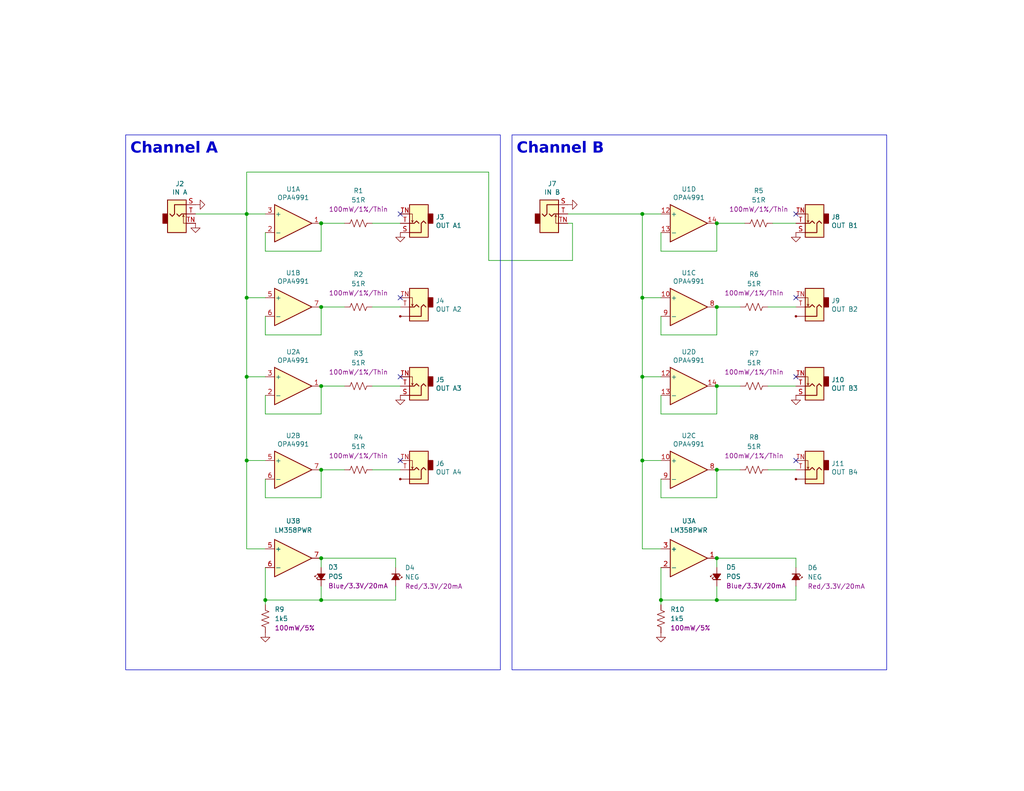
<source format=kicad_sch>
(kicad_sch (version 20231120) (generator "eeschema") (generator_version "8.0")
  (paper "USLetter")
  (title_block (title "Hydrogen") (date "2024-07-13") (rev "v3") (company "Winterbloom") (comment 1 "Alethea Flowers") (comment 2 "CERN OHL-P v2") (comment 3 "hydrogen.wntr.dev"))
  (lib_symbols
    (symbol "Device:LED_Small_Filled" (pin_numbers hide) (pin_names (offset 0.254) hide)
      (property "Reference" "D" (at -1.27 3.175 0))
      (property "Value" "LED_Small_Filled" (at -4.445 -2.54 0))
      (symbol "LED_Small_Filled_0_1"
        (polyline (pts (xy -0.762 -1.016) (xy -0.762 1.016)) (stroke (width 0.254)))
        (polyline (pts (xy 1.016 0) (xy -0.762 0)))
        (polyline (pts (xy 0.762 -1.016) (xy -0.762 0) (xy 0.762 1.016) (xy 0.762 -1.016)) (stroke (width 0.254)) (fill (type outline)))
        (polyline (pts (xy 0 0.762) (xy -0.508 1.27) (xy -0.254 1.27) (xy -0.508 1.27) (xy -0.508 1.016)))
        (polyline (pts (xy 0.508 1.27) (xy 0 1.778) (xy 0.254 1.778) (xy 0 1.778) (xy 0 1.524)))
      )
      (symbol "LED_Small_Filled_1_1"
        (pin passive line (at -2.54 0 0) (length 1.778) (name "K") (number "1"))
        (pin passive line (at 2.54 0 180) (length 1.778) (name "A") (number "2"))
      )
    )
    (symbol "Device:R_US" (pin_numbers hide) (pin_names (offset 0))
      (property "Reference" "R" (at 2.54 0 90))
      (property "Value" "R_US" (at -2.54 0 90))
      (symbol "R_US_0_1"
        (polyline (pts (xy 0 -2.286) (xy 0 -2.54)))
        (polyline (pts (xy 0 2.286) (xy 0 2.54)))
        (polyline (pts (xy 0 -0.762) (xy 1.016 -1.143) (xy 0 -1.524) (xy -1.016 -1.905) (xy 0 -2.286)))
        (polyline (pts (xy 0 0.762) (xy 1.016 0.381) (xy 0 0) (xy -1.016 -0.381) (xy 0 -0.762)))
        (polyline (pts (xy 0 2.286) (xy 1.016 1.905) (xy 0 1.524) (xy -1.016 1.143) (xy 0 0.762)))
      )
      (symbol "R_US_1_1"
        (pin passive line (at 0 3.81 270) (length 1.27) (name "~") (number "1"))
        (pin passive line (at 0 -3.81 90) (length 1.27) (name "~") (number "2"))
      )
    )
    (symbol "power:GND" (power) (pin_numbers hide) (pin_names (offset 0) hide)
      (property "Value" "GND" (at 0 -3.81 0))
      (symbol "GND_0_1"
        (polyline (pts (xy 0 0) (xy 0 -1.27) (xy 1.27 -1.27) (xy 0 -2.54) (xy -1.27 -1.27) (xy 0 -1.27)))
      )
      (symbol "GND_1_1"
        (pin power_in line (at 0 0 270) (length 0) (name "~") (number "1"))
      )
    )
    (symbol "winterbloom:Eurorack_Mono_Jack" (pin_names hide)
      (property "Reference" "J" (at 3.302 -4.064 0))
      (property "Value" "Eurorack_Mono_Jack" (at 0 5.08 0))
      (symbol "Eurorack_Mono_Jack_0_1"
        (rectangle (start -2.54 -5.08) (end 2.54 3.81) (stroke (width 0.254)) (fill (type background)))
        (polyline (pts (xy -1.778 -1.016) (xy -2.032 -0.508)))
        (polyline (pts (xy -2.54 1.27) (xy -1.778 1.27) (xy -1.778 -1.016) (xy -1.524 -0.508)))
        (polyline (pts (xy 0 -1.27) (xy -0.635 -0.635) (xy -1.27 -1.27) (xy -2.54 -1.27)) (stroke (width 0.254)))
        (polyline (pts (xy -2.54 -3.81) (xy 0.635 -3.81) (xy 0.635 -1.27) (xy 1.27 -0.635) (xy 1.905 -1.27)) (stroke (width 0.254)))
        (rectangle (start 2.54 -1.27) (end 3.81 1.27) (stroke (width 0.254)) (fill (type outline)))
      )
      (symbol "Eurorack_Mono_Jack_1_1"
        (pin passive line (at -5.08 -3.81 0) (length 2.54) (name "Sleeve") (number "S"))
        (pin passive line (at -5.08 -1.27 0) (length 2.54) (name "Tip") (number "T"))
        (pin passive line (at -5.08 1.27 0) (length 2.54) (name "Tip_normalize") (number "TN"))
      )
    )
    (symbol "winterbloom:Eurorack_Mono_Jack_No_S" (pin_names hide)
      (property "Reference" "J" (at 3.302 -4.064 0))
      (property "Value" "Eurorack_Mono_Jack_No_S" (at 0 5.08 0))
      (symbol "Eurorack_Mono_Jack_No_S_0_1"
        (rectangle (start -2.54 -5.08) (end 2.54 3.81) (stroke (width 0.254)) (fill (type background)))
        (polyline (pts (xy -2.54 -3.81) (xy -5.08 -3.81)))
        (polyline (pts (xy -1.778 -1.016) (xy -2.032 -0.508)))
        (polyline (pts (xy -2.54 1.27) (xy -1.778 1.27) (xy -1.778 -1.016) (xy -1.524 -0.508)))
        (polyline (pts (xy 0 -1.27) (xy -0.635 -0.635) (xy -1.27 -1.27) (xy -2.54 -1.27)) (stroke (width 0.254)))
        (polyline (pts (xy -2.54 -3.81) (xy 0.635 -3.81) (xy 0.635 -1.27) (xy 1.27 -0.635) (xy 1.905 -1.27)) (stroke (width 0.254)))
        (rectangle (start 2.54 -1.27) (end 3.81 1.27) (stroke (width 0.254)) (fill (type outline)))
      )
      (symbol "Eurorack_Mono_Jack_No_S_1_1"
        (circle (center -5.08 -3.81) (radius 0.254) (fill (type outline)))
        (pin passive line (at -5.08 -1.27 0) (length 2.54) (name "Tip") (number "T"))
        (pin passive line (at -5.08 1.27 0) (length 2.54) (name "Tip_normalize") (number "TN"))
      )
    )
    (symbol "winterbloom:LM358PWR" (pin_names (offset 0.127))
      (property "Reference" "U" (at 1.016 3.048 0))
      (property "Value" "LM358PWR" (at 0.762 -3.302 0))
      (symbol "LM358PWR_1_1"
        (polyline (pts (xy -5.08 5.08) (xy 5.08 0) (xy -5.08 -5.08) (xy -5.08 5.08)) (stroke (width 0.254)) (fill (type background)))
        (pin output line (at 7.62 0 180) (length 2.54) (name "~") (number "1"))
        (pin input line (at -7.62 -2.54 0) (length 2.54) (name "-") (number "2"))
        (pin input line (at -7.62 2.54 0) (length 2.54) (name "+") (number "3"))
      )
      (symbol "LM358PWR_2_1"
        (polyline (pts (xy -5.08 5.08) (xy 5.08 0) (xy -5.08 -5.08) (xy -5.08 5.08)) (stroke (width 0.254)) (fill (type background)))
        (pin input line (at -7.62 2.54 0) (length 2.54) (name "+") (number "5"))
        (pin input line (at -7.62 -2.54 0) (length 2.54) (name "-") (number "6"))
        (pin output line (at 7.62 0 180) (length 2.54) (name "~") (number "7"))
      )
      (symbol "LM358PWR_3_1"
        (polyline (pts (xy -5.08 5.08) (xy 5.08 0) (xy -5.08 -5.08) (xy -5.08 5.08)) (stroke (width 0.254)) (fill (type background)))
        (pin power_in line (at -2.54 -7.62 90) (length 3.81) (name "V-") (number "4"))
        (pin power_in line (at -2.54 7.62 270) (length 3.81) (name "V+") (number "8"))
      )
    )
    (symbol "winterbloom:OPA4991" (pin_names (offset 0.127))
      (property "Reference" "U" (at 0.762 3.048 0))
      (property "Value" "OPA4991" (at 0.508 -3.302 0))
      (symbol "OPA4991_1_1"
        (polyline (pts (xy -5.08 5.08) (xy 5.08 0) (xy -5.08 -5.08) (xy -5.08 5.08)) (stroke (width 0.254)) (fill (type background)))
        (pin output line (at 7.62 0 180) (length 2.54) (name "~") (number "1"))
        (pin input line (at -7.62 -2.54 0) (length 2.54) (name "-") (number "2"))
        (pin input line (at -7.62 2.54 0) (length 2.54) (name "+") (number "3"))
      )
      (symbol "OPA4991_2_1"
        (polyline (pts (xy -5.08 5.08) (xy 5.08 0) (xy -5.08 -5.08) (xy -5.08 5.08)) (stroke (width 0.254)) (fill (type background)))
        (pin input line (at -7.62 2.54 0) (length 2.54) (name "+") (number "5"))
        (pin input line (at -7.62 -2.54 0) (length 2.54) (name "-") (number "6"))
        (pin output line (at 7.62 0 180) (length 2.54) (name "~") (number "7"))
      )
      (symbol "OPA4991_3_1"
        (polyline (pts (xy -5.08 5.08) (xy 5.08 0) (xy -5.08 -5.08) (xy -5.08 5.08)) (stroke (width 0.254)) (fill (type background)))
        (pin input line (at -7.62 2.54 0) (length 2.54) (name "+") (number "10"))
        (pin output line (at 7.62 0 180) (length 2.54) (name "~") (number "8"))
        (pin input line (at -7.62 -2.54 0) (length 2.54) (name "-") (number "9"))
      )
      (symbol "OPA4991_4_1"
        (polyline (pts (xy -5.08 5.08) (xy 5.08 0) (xy -5.08 -5.08) (xy -5.08 5.08)) (stroke (width 0.254)) (fill (type background)))
        (pin input line (at -7.62 2.54 0) (length 2.54) (name "+") (number "12"))
        (pin input line (at -7.62 -2.54 0) (length 2.54) (name "-") (number "13"))
        (pin output line (at 7.62 0 180) (length 2.54) (name "~") (number "14"))
      )
      (symbol "OPA4991_5_1"
        (polyline (pts (xy -5.08 5.08) (xy 5.08 0) (xy -5.08 -5.08) (xy -5.08 5.08)) (stroke (width 0.254)) (fill (type background)))
        (pin power_in line (at -2.54 -7.62 90) (length 3.81) (name "V-") (number "11"))
        (pin power_in line (at -2.54 7.62 270) (length 3.81) (name "V+") (number "4"))
      )
    )
  )
  (junction (at 87.63 60.96))
  (junction (at 67.31 81.28))
  (junction (at 72.39 163.83))
  (junction (at 175.26 102.87))
  (junction (at 195.58 152.4))
  (junction (at 67.31 125.73))
  (junction (at 87.63 105.41))
  (junction (at 67.31 58.42))
  (junction (at 195.58 83.82))
  (junction (at 195.58 105.41))
  (junction (at 87.63 163.83))
  (junction (at 175.26 125.73))
  (junction (at 175.26 81.28))
  (junction (at 87.63 152.4))
  (junction (at 180.34 163.83))
  (junction (at 175.26 58.42))
  (junction (at 67.31 102.87))
  (junction (at 195.58 60.96))
  (junction (at 195.58 128.27))
  (junction (at 195.58 163.83))
  (junction (at 87.63 128.27))
  (junction (at 87.63 83.82))
  (no_connect (at 109.22 81.28))
  (no_connect (at 217.17 125.73))
  (no_connect (at 217.17 102.87))
  (no_connect (at 109.22 102.87))
  (no_connect (at 217.17 81.28))
  (no_connect (at 217.17 58.42))
  (no_connect (at 109.22 58.42))
  (no_connect (at 109.22 125.73))
  (wire (pts (xy 209.55 128.27) (xy 217.17 128.27)))
  (wire (pts (xy 67.31 46.99) (xy 133.35 46.99)))
  (wire (pts (xy 180.34 91.44) (xy 195.58 91.44)))
  (wire (pts (xy 67.31 46.99) (xy 67.31 58.42)))
  (wire (pts (xy 133.35 46.99) (xy 133.35 71.12)))
  (wire (pts (xy 87.63 113.03) (xy 87.63 105.41)))
  (wire (pts (xy 72.39 135.89) (xy 72.39 130.81)))
  (wire (pts (xy 133.35 71.12) (xy 156.21 71.12)))
  (wire (pts (xy 180.34 163.83) (xy 195.58 163.83)))
  (wire (pts (xy 101.6 128.27) (xy 109.22 128.27)))
  (wire (pts (xy 67.31 102.87) (xy 67.31 125.73)))
  (wire (pts (xy 209.55 105.41) (xy 217.17 105.41)))
  (wire (pts (xy 87.63 152.4) (xy 107.95 152.4)))
  (wire (pts (xy 93.98 105.41) (xy 87.63 105.41)))
  (wire (pts (xy 175.26 58.42) (xy 154.94 58.42)))
  (wire (pts (xy 175.26 102.87) (xy 175.26 125.73)))
  (wire (pts (xy 87.63 163.83) (xy 107.95 163.83)))
  (wire (pts (xy 72.39 163.83) (xy 72.39 165.1)))
  (wire (pts (xy 156.21 71.12) (xy 156.21 60.96)))
  (wire (pts (xy 175.26 58.42) (xy 175.26 81.28)))
  (wire (pts (xy 195.58 91.44) (xy 195.58 83.82)))
  (wire (pts (xy 87.63 163.83) (xy 87.63 160.02)))
  (wire (pts (xy 72.39 163.83) (xy 87.63 163.83)))
  (wire (pts (xy 195.58 152.4) (xy 217.17 152.4)))
  (wire (pts (xy 67.31 125.73) (xy 72.39 125.73)))
  (wire (pts (xy 72.39 113.03) (xy 72.39 107.95)))
  (wire (pts (xy 195.58 105.41) (xy 201.93 105.41)))
  (wire (pts (xy 195.58 154.94) (xy 195.58 152.4)))
  (wire (pts (xy 195.58 163.83) (xy 217.17 163.83)))
  (wire (pts (xy 93.98 128.27) (xy 87.63 128.27)))
  (wire (pts (xy 175.26 81.28) (xy 175.26 102.87)))
  (wire (pts (xy 67.31 81.28) (xy 72.39 81.28)))
  (wire (pts (xy 72.39 135.89) (xy 87.63 135.89)))
  (wire (pts (xy 180.34 113.03) (xy 195.58 113.03)))
  (wire (pts (xy 180.34 91.44) (xy 180.34 86.36)))
  (wire (pts (xy 67.31 58.42) (xy 72.39 58.42)))
  (wire (pts (xy 195.58 163.83) (xy 195.58 160.02)))
  (wire (pts (xy 180.34 68.58) (xy 180.34 63.5)))
  (wire (pts (xy 180.34 163.83) (xy 180.34 165.1)))
  (wire (pts (xy 210.82 60.96) (xy 217.17 60.96)))
  (wire (pts (xy 195.58 68.58) (xy 195.58 60.96)))
  (wire (pts (xy 107.95 163.83) (xy 107.95 160.02)))
  (wire (pts (xy 67.31 102.87) (xy 72.39 102.87)))
  (wire (pts (xy 180.34 149.86) (xy 175.26 149.86)))
  (wire (pts (xy 67.31 81.28) (xy 67.31 102.87)))
  (wire (pts (xy 101.6 83.82) (xy 109.22 83.82)))
  (wire (pts (xy 72.39 68.58) (xy 87.63 68.58)))
  (wire (pts (xy 72.39 91.44) (xy 87.63 91.44)))
  (wire (pts (xy 180.34 135.89) (xy 195.58 135.89)))
  (wire (pts (xy 72.39 91.44) (xy 72.39 86.36)))
  (wire (pts (xy 175.26 125.73) (xy 180.34 125.73)))
  (wire (pts (xy 175.26 81.28) (xy 180.34 81.28)))
  (wire (pts (xy 87.63 68.58) (xy 87.63 60.96)))
  (wire (pts (xy 195.58 113.03) (xy 195.58 105.41)))
  (wire (pts (xy 180.34 154.94) (xy 180.34 163.83)))
  (wire (pts (xy 72.39 154.94) (xy 72.39 163.83)))
  (wire (pts (xy 175.26 102.87) (xy 180.34 102.87)))
  (wire (pts (xy 72.39 113.03) (xy 87.63 113.03)))
  (wire (pts (xy 156.21 60.96) (xy 154.94 60.96)))
  (wire (pts (xy 101.6 105.41) (xy 109.22 105.41)))
  (wire (pts (xy 175.26 125.73) (xy 175.26 149.86)))
  (wire (pts (xy 180.34 113.03) (xy 180.34 107.95)))
  (wire (pts (xy 67.31 125.73) (xy 67.31 149.86)))
  (wire (pts (xy 217.17 152.4) (xy 217.17 154.94)))
  (wire (pts (xy 180.34 68.58) (xy 195.58 68.58)))
  (wire (pts (xy 195.58 60.96) (xy 203.2 60.96)))
  (wire (pts (xy 72.39 63.5) (xy 72.39 68.58)))
  (wire (pts (xy 195.58 128.27) (xy 201.93 128.27)))
  (wire (pts (xy 195.58 83.82) (xy 201.93 83.82)))
  (wire (pts (xy 175.26 58.42) (xy 180.34 58.42)))
  (wire (pts (xy 93.98 60.96) (xy 87.63 60.96)))
  (wire (pts (xy 67.31 149.86) (xy 72.39 149.86)))
  (wire (pts (xy 67.31 58.42) (xy 67.31 81.28)))
  (wire (pts (xy 209.55 83.82) (xy 217.17 83.82)))
  (wire (pts (xy 217.17 163.83) (xy 217.17 160.02)))
  (wire (pts (xy 195.58 135.89) (xy 195.58 128.27)))
  (wire (pts (xy 107.95 152.4) (xy 107.95 154.94)))
  (wire (pts (xy 87.63 154.94) (xy 87.63 152.4)))
  (wire (pts (xy 180.34 135.89) (xy 180.34 130.81)))
  (wire (pts (xy 87.63 91.44) (xy 87.63 83.82)))
  (wire (pts (xy 87.63 135.89) (xy 87.63 128.27)))
  (wire (pts (xy 101.6 60.96) (xy 109.22 60.96)))
  (wire (pts (xy 67.31 58.42) (xy 53.34 58.42)))
  (wire (pts (xy 93.98 83.82) (xy 87.63 83.82)))
  (rectangle (start 34.29 36.83) (end 136.525 182.88))
  (rectangle (start 139.7 36.83) (end 241.935 182.88))
  (text "Channel A" (at 35.56 43.18 0) (effects (font (size 3 3) (thickness 0.508) (bold yes)) (justify left bottom)))
  (text "Channel B" (at 140.97 43.18 0) (effects (font (size 3 3) (thickness 0.508) (bold yes)) (justify left bottom)))
  (symbol (lib_id "power:GND") (at 109.22 107.95 0) (unit 1)
    (property "Reference" "#PWR08" (effects (hide yes)))
    (property "Value" "GND" (effects (hide yes)))
    (property "Description" "Power symbol creates a global label with name \"GND\" , ground" (effects (hide yes)))
  )
  (symbol (lib_id "winterbloom:OPA4991") (at 187.96 60.96 0) (unit 4)
    (property "Reference" "U1" (at 187.96 51.6382 0))
    (property "Value" "OPA4991" (at 187.96 53.9496 0))
    (property "Footprint" "Package_SO:TSSOP-14_4.4x5mm_P0.65mm" (effects (hide yes)))
    (property "Datasheet" "https://www.ti.com/lit/ds/symlink/opa4991.pdf" (effects (hide yes)))
    (property "Description" "40-V Rail-to-Rail Input/Output, Low Offset Voltage, Low Noise, Op Amp, TSSOP-14" (effects (hide yes)))
    (property "MPN" "OPA4991IPWR " (effects (hide yes)))
    (property "Mouser" "595-OPA4991IPWR" (effects (hide yes)))
    (property "Notes" "Sub with OPA4171, OPA1679, OPA4197" (effects (hide yes)))
  )
  (symbol (lib_id "Device:R_US") (at 207.01 60.96 270) (unit 1)
    (property "Reference" "R5" (at 207.01 52.07 90))
    (property "Value" "51R" (at 207.01 54.61 90))
    (property "Footprint" "winterbloom:R_0603_HandSolder" (effects (hide yes)))
    (property "Rating" "100mW/1%/Thin" (at 207.01 57.15 90))
    (property "DigiKey" "13-RT0603FRE0751RLCT-ND" (effects (hide yes)))
    (property "LCSC" "C849799" (effects (hide yes)))
    (property "MPN" "RT0603FRE0751RL" (effects (hide yes)))
    (property "Mouser" "603-RT0603FRE0751RL" (effects (hide yes)))
  )
  (symbol (lib_id "Device:R_US") (at 97.79 105.41 270) (unit 1)
    (property "Reference" "R3" (at 97.79 96.52 90))
    (property "Value" "51R" (at 97.79 99.06 90))
    (property "Footprint" "winterbloom:R_0603_HandSolder" (effects (hide yes)))
    (property "Rating" "100mW/1%/Thin" (at 97.79 101.6 90))
    (property "DigiKey" "13-RT0603FRE0751RLCT-ND" (effects (hide yes)))
    (property "LCSC" "C849799" (effects (hide yes)))
    (property "MPN" "RT0603FRE0751RL" (effects (hide yes)))
    (property "Mouser" "603-RT0603FRE0751RL" (effects (hide yes)))
  )
  (symbol (lib_id "winterbloom:Eurorack_Mono_Jack_No_S") (at 222.25 82.55 0) (unit 1)
    (property "Reference" "J9" (at 226.822 82.1182 0) (effects (justify left)))
    (property "Value" "OUT B2" (at 226.822 84.4296 0) (effects (justify left)))
    (property "Footprint" "winterbloom:AudioJack_WQP518MA_No_S" (effects (hide yes)))
    (property "Datasheet" "http://www.qingpu-electronics.com/en/products/WQP-PJ398SM-362.html" (effects (hide yes)))
    (property "Links" "https://winterbloom.com/shop/eurorack-jacks, https://www.thonk.co.uk/shop/thonkiconn/" (effects (hide yes)))
    (property "Notes" "Thonkiconn (PJ398SM)" (effects (hide yes)))
  )
  (symbol (lib_id "winterbloom:Eurorack_Mono_Jack") (at 114.3 59.69 0) (unit 1)
    (property "Reference" "J3" (at 118.872 59.2582 0) (effects (justify left)))
    (property "Value" "OUT A1" (at 118.872 61.5696 0) (effects (justify left)))
    (property "Footprint" "winterbloom:AudioJack_WQP518MA_Compact_S" (effects (hide yes)))
    (property "Datasheet" "http://www.qingpu-electronics.com/en/products/WQP-PJ398SM-362.html" (effects (hide yes)))
    (property "Links" "https://winterbloom.com/shop/eurorack-jacks, https://www.thonk.co.uk/shop/thonkiconn/" (effects (hide yes)))
    (property "Notes" "Thonkiconn (PJ398SM)" (effects (hide yes)))
  )
  (symbol (lib_id "Device:R_US") (at 97.79 128.27 270) (unit 1)
    (property "Reference" "R4" (at 97.79 119.38 90))
    (property "Value" "51R" (at 97.79 121.92 90))
    (property "Footprint" "winterbloom:R_0603_HandSolder" (effects (hide yes)))
    (property "Rating" "100mW/1%/Thin" (at 97.79 124.46 90))
    (property "DigiKey" "13-RT0603FRE0751RLCT-ND" (effects (hide yes)))
    (property "LCSC" "C849799" (effects (hide yes)))
    (property "MPN" "RT0603FRE0751RL" (effects (hide yes)))
    (property "Mouser" "603-RT0603FRE0751RL" (effects (hide yes)))
  )
  (symbol (lib_id "Device:LED_Small_Filled") (at 87.63 157.48 90) (unit 1)
    (property "Reference" "D3" (at 89.535 154.8764 90) (effects (justify right)))
    (property "Value" "POS" (at 89.535 157.4164 90) (effects (justify right)))
    (property "Footprint" "winterbloom:LED_0805_Kingbright_APT2012" (effects (hide yes)))
    (property "Datasheet" "https://www.kingbrightusa.com/images/catalog/SPEC/APT2012VBC-D.pdf" (effects (hide yes)))
    (property "Rating" "Blue/3.3V/20mA" (at 89.535 159.9564 90) (effects (justify right)))
    (property "MPN" "APT2012VBC/D" (effects (hide yes)))
    (property "DigiKey" "754-1794-1-ND" (effects (hide yes)))
    (property "LCSC" "C5879386" (effects (hide yes)))
    (property "Mouser" "604-APT2012VBC/D" (effects (hide yes)))
    (property "Notes" "Sub with ~180 mcd" (effects (hide yes)))
  )
  (symbol (lib_id "winterbloom:Eurorack_Mono_Jack_No_S") (at 114.3 82.55 0) (unit 1)
    (property "Reference" "J4" (at 118.872 82.1182 0) (effects (justify left)))
    (property "Value" "OUT A2" (at 118.872 84.4296 0) (effects (justify left)))
    (property "Footprint" "winterbloom:AudioJack_WQP518MA_No_S" (effects (hide yes)))
    (property "Datasheet" "http://www.qingpu-electronics.com/en/products/WQP-PJ398SM-362.html" (effects (hide yes)))
    (property "Links" "https://winterbloom.com/shop/eurorack-jacks, https://www.thonk.co.uk/shop/thonkiconn/" (effects (hide yes)))
    (property "Notes" "Thonkiconn (PJ398SM)" (effects (hide yes)))
  )
  (symbol (lib_id "Device:LED_Small_Filled") (at 107.95 157.48 270) (unit 1)
    (property "Reference" "D4" (at 110.49 155.0034 90) (effects (justify left)))
    (property "Value" "NEG" (at 110.49 157.5434 90) (effects (justify left)))
    (property "Footprint" "winterbloom:LED_0805_Kingbright_APT2012" (effects (hide yes)))
    (property "Datasheet" "https://www.kingbrightusa.com/images/catalog/SPEC/APT2012SURCK.pdf" (effects (hide yes)))
    (property "Rating" "Red/3.3V/20mA" (at 110.49 160.0834 90) (effects (justify left)))
    (property "MPN" "APT2012SURCK" (effects (hide yes)))
    (property "DigiKey" "754-1133-1-ND" (effects (hide yes)))
    (property "LCSC" "C5875730" (effects (hide yes)))
    (property "Mouser" "604-APT2012SURCK" (effects (hide yes)))
    (property "Notes" "Sub with ~200 mcd" (effects (hide yes)))
  )
  (symbol (lib_id "Device:R_US") (at 72.39 168.91 180) (unit 1)
    (property "Reference" "R9" (at 74.93 166.3699 0) (effects (justify right)))
    (property "Value" "1k5" (at 74.93 168.9099 0) (effects (justify right)))
    (property "Footprint" "winterbloom:R_0603_HandSolder" (effects (hide yes)))
    (property "Rating" "100mW/5%" (at 74.93 171.4499 0) (effects (justify right)))
    (property "MPN" "RC0603JR-071K5L" (effects (hide yes)))
    (property "DigiKey" "311-1.5KGRCT-ND" (effects (hide yes)))
    (property "LCSC" "C114680" (effects (hide yes)))
    (property "Mouser" "603-RC0603JR-071K5L" (effects (hide yes)))
  )
  (symbol (lib_id "Device:R_US") (at 205.74 105.41 270) (unit 1)
    (property "Reference" "R7" (at 205.74 96.52 90))
    (property "Value" "51R" (at 205.74 99.06 90))
    (property "Footprint" "winterbloom:R_0603_HandSolder" (effects (hide yes)))
    (property "Rating" "100mW/1%/Thin" (at 205.74 101.6 90))
    (property "DigiKey" "13-RT0603FRE0751RLCT-ND" (effects (hide yes)))
    (property "LCSC" "C849799" (effects (hide yes)))
    (property "MPN" "RT0603FRE0751RL" (effects (hide yes)))
    (property "Mouser" "603-RT0603FRE0751RL" (effects (hide yes)))
  )
  (symbol (lib_id "winterbloom:OPA4991") (at 80.01 105.41 0) (unit 1)
    (property "Reference" "U2" (at 80.01 96.0882 0))
    (property "Value" "OPA4991" (at 80.01 98.3996 0))
    (property "Footprint" "Package_SO:TSSOP-14_4.4x5mm_P0.65mm" (effects (hide yes)))
    (property "Datasheet" "https://www.ti.com/lit/ds/symlink/opa4991.pdf" (effects (hide yes)))
    (property "Description" "40-V Rail-to-Rail Input/Output, Low Offset Voltage, Low Noise, Op Amp, TSSOP-14" (effects (hide yes)))
    (property "MPN" "OPA4991IPWR " (effects (hide yes)))
    (property "Mouser" "595-OPA4991IPWR" (effects (hide yes)))
    (property "Notes" "Sub with OPA4171, OPA1679, OPA4197" (effects (hide yes)))
  )
  (symbol (lib_id "power:GND") (at 217.17 107.95 0) (unit 1)
    (property "Reference" "#PWR09" (effects (hide yes)))
    (property "Value" "GND" (effects (hide yes)))
    (property "Description" "Power symbol creates a global label with name \"GND\" , ground" (effects (hide yes)))
  )
  (symbol (lib_id "winterbloom:OPA4991") (at 187.96 83.82 0) (unit 3)
    (property "Reference" "U1" (at 187.96 74.4982 0))
    (property "Value" "OPA4991" (at 187.96 76.8096 0))
    (property "Footprint" "Package_SO:TSSOP-14_4.4x5mm_P0.65mm" (effects (hide yes)))
    (property "Datasheet" "https://www.ti.com/lit/ds/symlink/opa4991.pdf" (effects (hide yes)))
    (property "Description" "40-V Rail-to-Rail Input/Output, Low Offset Voltage, Low Noise, Op Amp, TSSOP-14" (effects (hide yes)))
    (property "MPN" "OPA4991IPWR " (effects (hide yes)))
    (property "Mouser" "595-OPA4991IPWR" (effects (hide yes)))
    (property "Notes" "Sub with OPA4171, OPA1679, OPA4197" (effects (hide yes)))
  )
  (symbol (lib_id "winterbloom:LM358PWR") (at 80.01 152.4 0) (unit 2)
    (property "Reference" "U3" (at 80.01 142.24 0))
    (property "Value" "LM358PWR" (at 80.01 144.78 0))
    (property "Footprint" "Package_SO:TSSOP-8_4.4x3mm_P0.65mm" (effects (hide yes)))
    (property "Datasheet" "https://www.ti.com/lit/ds/symlink/lm358.pdf" (effects (hide yes)))
    (property "Description" "Industry-Standard Dual Operational Amplifiers, 3-36V,  1.2MHz" (effects (hide yes)))
    (property "MPN" "LM358PWR" (effects (hide yes)))
    (property "DigiKey" "296-OPA4991IPWRCT-ND" (effects (hide yes)))
    (property "LCSC" "C2873620" (effects (hide yes)))
  )
  (symbol (lib_id "winterbloom:OPA4991") (at 80.01 128.27 0) (unit 2)
    (property "Reference" "U2" (at 80.01 118.9482 0))
    (property "Value" "OPA4991" (at 80.01 121.2596 0))
    (property "Footprint" "Package_SO:TSSOP-14_4.4x5mm_P0.65mm" (effects (hide yes)))
    (property "Datasheet" "https://www.ti.com/lit/ds/symlink/opa4991.pdf" (effects (hide yes)))
    (property "Description" "40-V Rail-to-Rail Input/Output, Low Offset Voltage, Low Noise, Op Amp, TSSOP-14" (effects (hide yes)))
    (property "MPN" "OPA4991IPWR " (effects (hide yes)))
    (property "Mouser" "595-OPA4991IPWR" (effects (hide yes)))
    (property "Notes" "Sub with OPA4171, OPA1679, OPA4197" (effects (hide yes)))
  )
  (symbol (lib_id "Device:R_US") (at 205.74 83.82 270) (unit 1)
    (property "Reference" "R6" (at 205.74 74.93 90))
    (property "Value" "51R" (at 205.74 77.47 90))
    (property "Footprint" "winterbloom:R_0603_HandSolder" (effects (hide yes)))
    (property "Rating" "100mW/1%/Thin" (at 205.74 80.01 90))
    (property "DigiKey" "13-RT0603FRE0751RLCT-ND" (effects (hide yes)))
    (property "LCSC" "C849799" (effects (hide yes)))
    (property "MPN" "RT0603FRE0751RL" (effects (hide yes)))
    (property "Mouser" "603-RT0603FRE0751RL" (effects (hide yes)))
  )
  (symbol (lib_id "winterbloom:Eurorack_Mono_Jack") (at 222.25 104.14 0) (unit 1)
    (property "Reference" "J10" (at 226.822 103.7082 0) (effects (justify left)))
    (property "Value" "OUT B3" (at 226.822 106.0196 0) (effects (justify left)))
    (property "Footprint" "winterbloom:AudioJack_WQP518MA_Compact_S" (effects (hide yes)))
    (property "Datasheet" "http://www.qingpu-electronics.com/en/products/WQP-PJ398SM-362.html" (effects (hide yes)))
    (property "Links" "https://winterbloom.com/shop/eurorack-jacks, https://www.thonk.co.uk/shop/thonkiconn/" (effects (hide yes)))
    (property "Notes" "Thonkiconn (PJ398SM)" (effects (hide yes)))
  )
  (symbol (lib_id "winterbloom:OPA4991") (at 187.96 105.41 0) (unit 4)
    (property "Reference" "U2" (at 187.96 96.0882 0))
    (property "Value" "OPA4991" (at 187.96 98.3996 0))
    (property "Footprint" "Package_SO:TSSOP-14_4.4x5mm_P0.65mm" (effects (hide yes)))
    (property "Datasheet" "https://www.ti.com/lit/ds/symlink/opa4991.pdf" (effects (hide yes)))
    (property "Description" "40-V Rail-to-Rail Input/Output, Low Offset Voltage, Low Noise, Op Amp, TSSOP-14" (effects (hide yes)))
    (property "MPN" "OPA4991IPWR " (effects (hide yes)))
    (property "Mouser" "595-OPA4991IPWR" (effects (hide yes)))
    (property "Notes" "Sub with OPA4171, OPA1679, OPA4197" (effects (hide yes)))
  )
  (symbol (lib_id "winterbloom:OPA4991") (at 80.01 60.96 0) (unit 1)
    (property "Reference" "U1" (at 80.01 51.6382 0))
    (property "Value" "OPA4991" (at 80.01 53.9496 0))
    (property "Footprint" "Package_SO:TSSOP-14_4.4x5mm_P0.65mm" (effects (hide yes)))
    (property "Datasheet" "https://www.ti.com/lit/ds/symlink/opa4991.pdf" (effects (hide yes)))
    (property "Description" "40-V Rail-to-Rail Input/Output, Low Offset Voltage, Low Noise, Op Amp, TSSOP-14" (effects (hide yes)))
    (property "MPN" "OPA4991IPWR " (effects (hide yes)))
    (property "Mouser" "595-OPA4991IPWR" (effects (hide yes)))
    (property "Notes" "Sub with OPA4171, OPA1679, OPA4197" (effects (hide yes)))
  )
  (symbol (lib_id "winterbloom:OPA4991") (at 80.01 83.82 0) (unit 2)
    (property "Reference" "U1" (at 80.01 74.4982 0))
    (property "Value" "OPA4991" (at 80.01 76.8096 0))
    (property "Footprint" "Package_SO:TSSOP-14_4.4x5mm_P0.65mm" (effects (hide yes)))
    (property "Datasheet" "https://www.ti.com/lit/ds/symlink/opa4991.pdf" (effects (hide yes)))
    (property "Description" "40-V Rail-to-Rail Input/Output, Low Offset Voltage, Low Noise, Op Amp, TSSOP-14" (effects (hide yes)))
    (property "MPN" "OPA4991IPWR " (effects (hide yes)))
    (property "Mouser" "595-OPA4991IPWR" (effects (hide yes)))
    (property "Notes" "Sub with OPA4171, OPA1679, OPA4197" (effects (hide yes)))
  )
  (symbol (lib_id "winterbloom:Eurorack_Mono_Jack_No_S") (at 222.25 127 0) (unit 1)
    (property "Reference" "J11" (at 226.822 126.5682 0) (effects (justify left)))
    (property "Value" "OUT B4" (at 226.822 128.8796 0) (effects (justify left)))
    (property "Footprint" "winterbloom:AudioJack_WQP518MA_No_S" (effects (hide yes)))
    (property "Datasheet" "http://www.qingpu-electronics.com/en/products/WQP-PJ398SM-362.html" (effects (hide yes)))
    (property "Links" "https://winterbloom.com/shop/eurorack-jacks, https://www.thonk.co.uk/shop/thonkiconn/" (effects (hide yes)))
    (property "Notes" "Thonkiconn (PJ398SM)" (effects (hide yes)))
  )
  (symbol (lib_id "Device:LED_Small_Filled") (at 195.58 157.48 90) (unit 1)
    (property "Reference" "D5" (at 198.12 154.8764 90) (effects (justify right)))
    (property "Value" "POS" (at 198.12 157.4164 90) (effects (justify right)))
    (property "Footprint" "winterbloom:LED_0805_Kingbright_APT2012" (effects (hide yes)))
    (property "Datasheet" "https://www.kingbrightusa.com/images/catalog/SPEC/APT2012VBC-D.pdf" (effects (hide yes)))
    (property "Rating" "Blue/3.3V/20mA" (at 198.12 159.9564 90) (effects (justify right)))
    (property "MPN" "APT2012VBC/D" (effects (hide yes)))
    (property "DigiKey" "754-1794-1-ND" (effects (hide yes)))
    (property "LCSC" "C5879386" (effects (hide yes)))
    (property "Mouser" "604-APT2012VBC/D" (effects (hide yes)))
    (property "Notes" "Sub with ~180 mcd" (effects (hide yes)))
  )
  (symbol (lib_id "power:GND") (at 217.17 63.5 0) (unit 1)
    (property "Reference" "#PWR05" (effects (hide yes)))
    (property "Value" "GND" (effects (hide yes)))
    (property "Description" "Power symbol creates a global label with name \"GND\" , ground" (effects (hide yes)))
  )
  (symbol (lib_id "power:GND") (at 180.34 172.72 0) (unit 1)
    (property "Reference" "#PWR018" (effects (hide yes)))
    (property "Value" "GND" (effects (hide yes)))
    (property "Description" "Power symbol creates a global label with name \"GND\" , ground" (effects (hide yes)))
  )
  (symbol (lib_id "power:GND") (at 72.39 172.72 0) (unit 1)
    (property "Reference" "#PWR015" (effects (hide yes)))
    (property "Value" "GND" (effects (hide yes)))
    (property "Description" "Power symbol creates a global label with name \"GND\" , ground" (effects (hide yes)))
  )
  (symbol (lib_id "winterbloom:Eurorack_Mono_Jack_No_S") (at 114.3 127 0) (unit 1)
    (property "Reference" "J6" (at 118.872 126.5682 0) (effects (justify left)))
    (property "Value" "OUT A4" (at 118.872 128.8796 0) (effects (justify left)))
    (property "Footprint" "winterbloom:AudioJack_WQP518MA_No_S" (effects (hide yes)))
    (property "Datasheet" "http://www.qingpu-electronics.com/en/products/WQP-PJ398SM-362.html" (effects (hide yes)))
    (property "Links" "https://winterbloom.com/shop/eurorack-jacks, https://www.thonk.co.uk/shop/thonkiconn/" (effects (hide yes)))
    (property "Notes" "Thonkiconn (PJ398SM)" (effects (hide yes)))
  )
  (symbol (lib_id "Device:R_US") (at 97.79 83.82 270) (unit 1)
    (property "Reference" "R2" (at 97.79 74.93 90))
    (property "Value" "51R" (at 97.79 77.47 90))
    (property "Footprint" "winterbloom:R_0603_HandSolder" (effects (hide yes)))
    (property "Rating" "100mW/1%/Thin" (at 97.79 80.01 90))
    (property "DigiKey" "13-RT0603FRE0751RLCT-ND" (effects (hide yes)))
    (property "LCSC" "C849799" (effects (hide yes)))
    (property "MPN" "RT0603FRE0751RL" (effects (hide yes)))
    (property "Mouser" "603-RT0603FRE0751RL" (effects (hide yes)))
  )
  (symbol (lib_id "winterbloom:LM358PWR") (at 187.96 152.4 0) (unit 1)
    (property "Reference" "U3" (at 187.96 142.24 0))
    (property "Value" "LM358PWR" (at 187.96 144.78 0))
    (property "Footprint" "Package_SO:TSSOP-8_4.4x3mm_P0.65mm" (effects (hide yes)))
    (property "Datasheet" "https://www.ti.com/lit/ds/symlink/lm358.pdf" (effects (hide yes)))
    (property "Description" "Industry-Standard Dual Operational Amplifiers, 3-36V,  1.2MHz" (effects (hide yes)))
    (property "MPN" "LM358PWR" (effects (hide yes)))
    (property "DigiKey" "296-OPA4991IPWRCT-ND" (effects (hide yes)))
    (property "LCSC" "C2873620" (effects (hide yes)))
  )
  (symbol (lib_id "winterbloom:Eurorack_Mono_Jack") (at 149.86 59.69 180) (unit 1)
    (property "Reference" "J7" (at 150.6728 50.165 0))
    (property "Value" "IN B" (at 150.6728 52.4764 0))
    (property "Footprint" "winterbloom:AudioJack_WQP518MA_Compact_S" (effects (hide yes)))
    (property "Datasheet" "http://www.qingpu-electronics.com/en/products/WQP-PJ398SM-362.html" (effects (hide yes)))
    (property "Links" "https://winterbloom.com/shop/eurorack-jacks, https://www.thonk.co.uk/shop/thonkiconn/" (effects (hide yes)))
    (property "Notes" "Thonkiconn (PJ398SM)" (effects (hide yes)))
  )
  (symbol (lib_id "winterbloom:Eurorack_Mono_Jack") (at 48.26 59.69 180) (unit 1)
    (property "Reference" "J2" (at 49.0728 50.165 0))
    (property "Value" "IN A" (at 49.0728 52.4764 0))
    (property "Footprint" "winterbloom:AudioJack_WQP518MA_Compact_S" (effects (hide yes)))
    (property "Datasheet" "http://www.qingpu-electronics.com/en/products/WQP-PJ398SM-362.html" (effects (hide yes)))
    (property "Links" "https://winterbloom.com/shop/eurorack-jacks, https://www.thonk.co.uk/shop/thonkiconn/" (effects (hide yes)))
    (property "Notes" "Thonkiconn (PJ398SM)" (effects (hide yes)))
  )
  (symbol (lib_id "Device:R_US") (at 97.79 60.96 270) (unit 1)
    (property "Reference" "R1" (at 97.79 52.07 90))
    (property "Value" "51R" (at 97.79 54.61 90))
    (property "Footprint" "winterbloom:R_0603_HandSolder" (effects (hide yes)))
    (property "Rating" "100mW/1%/Thin" (at 97.79 57.15 90))
    (property "DigiKey" "13-RT0603FRE0751RLCT-ND" (effects (hide yes)))
    (property "LCSC" "C849799" (effects (hide yes)))
    (property "MPN" "RT0603FRE0751RL" (effects (hide yes)))
    (property "Mouser" "603-RT0603FRE0751RL" (effects (hide yes)))
  )
  (symbol (lib_id "Device:LED_Small_Filled") (at 217.17 157.48 270) (unit 1)
    (property "Reference" "D6" (at 220.345 155.0034 90) (effects (justify left)))
    (property "Value" "NEG" (at 220.345 157.5434 90) (effects (justify left)))
    (property "Footprint" "winterbloom:LED_0805_Kingbright_APT2012" (effects (hide yes)))
    (property "Datasheet" "https://www.kingbrightusa.com/images/catalog/SPEC/APT2012SURCK.pdf" (effects (hide yes)))
    (property "Rating" "Red/3.3V/20mA" (at 220.345 160.0834 90) (effects (justify left)))
    (property "MPN" "APT2012SURCK" (effects (hide yes)))
    (property "DigiKey" "754-1133-1-ND" (effects (hide yes)))
    (property "LCSC" "C5875730" (effects (hide yes)))
    (property "Mouser" "604-APT2012SURCK" (effects (hide yes)))
    (property "Notes" "Sub with ~200 mcd" (effects (hide yes)))
  )
  (symbol (lib_id "power:GND") (at 53.34 60.96 0) (unit 1)
    (property "Reference" "#PWR03" (effects (hide yes)))
    (property "Value" "GND" (effects (hide yes)))
    (property "Description" "Power symbol creates a global label with name \"GND\" , ground" (effects (hide yes)))
  )
  (symbol (lib_id "winterbloom:Eurorack_Mono_Jack") (at 222.25 59.69 0) (unit 1)
    (property "Reference" "J8" (at 226.822 59.2582 0) (effects (justify left)))
    (property "Value" "OUT B1" (at 226.822 61.5696 0) (effects (justify left)))
    (property "Footprint" "winterbloom:AudioJack_WQP518MA_Compact_S" (effects (hide yes)))
    (property "Datasheet" "http://www.qingpu-electronics.com/en/products/WQP-PJ398SM-362.html" (effects (hide yes)))
    (property "Links" "https://winterbloom.com/shop/eurorack-jacks, https://www.thonk.co.uk/shop/thonkiconn/" (effects (hide yes)))
    (property "Notes" "Thonkiconn (PJ398SM)" (effects (hide yes)))
  )
  (symbol (lib_id "power:GND") (at 109.22 63.5 0) (unit 1)
    (property "Reference" "#PWR04" (effects (hide yes)))
    (property "Value" "GND" (effects (hide yes)))
    (property "Description" "Power symbol creates a global label with name \"GND\" , ground" (effects (hide yes)))
  )
  (symbol (lib_id "winterbloom:Eurorack_Mono_Jack") (at 114.3 104.14 0) (unit 1)
    (property "Reference" "J5" (at 118.872 103.7082 0) (effects (justify left)))
    (property "Value" "OUT A3" (at 118.872 106.0196 0) (effects (justify left)))
    (property "Footprint" "winterbloom:AudioJack_WQP518MA_Compact_S" (effects (hide yes)))
    (property "Datasheet" "http://www.qingpu-electronics.com/en/products/WQP-PJ398SM-362.html" (effects (hide yes)))
    (property "Links" "https://winterbloom.com/shop/eurorack-jacks, https://www.thonk.co.uk/shop/thonkiconn/" (effects (hide yes)))
    (property "Notes" "Thonkiconn (PJ398SM)" (effects (hide yes)))
  )
  (symbol (lib_id "power:GND") (at 53.34 55.88 90) (unit 1)
    (property "Reference" "#PWR01" (effects (hide yes)))
    (property "Value" "GND" (effects (hide yes)))
    (property "Description" "Power symbol creates a global label with name \"GND\" , ground" (effects (hide yes)))
  )
  (symbol (lib_id "power:GND") (at 154.94 55.88 90) (unit 1)
    (property "Reference" "#PWR02" (effects (hide yes)))
    (property "Value" "GND" (effects (hide yes)))
    (property "Description" "Power symbol creates a global label with name \"GND\" , ground" (effects (hide yes)))
  )
  (symbol (lib_id "Device:R_US") (at 180.34 168.91 180) (unit 1)
    (property "Reference" "R10" (at 182.88 166.3699 0) (effects (justify right)))
    (property "Value" "1k5" (at 182.88 168.9099 0) (effects (justify right)))
    (property "Footprint" "winterbloom:R_0603_HandSolder" (effects (hide yes)))
    (property "Rating" "100mW/5%" (at 182.88 171.4499 0) (effects (justify right)))
    (property "MPN" "RC0603JR-071K5L" (effects (hide yes)))
    (property "DigiKey" "311-1.5KGRCT-ND" (effects (hide yes)))
    (property "LCSC" "C114680" (effects (hide yes)))
    (property "Mouser" "603-RC0603JR-071K5L" (effects (hide yes)))
  )
  (symbol (lib_id "Device:R_US") (at 205.74 128.27 270) (unit 1)
    (property "Reference" "R8" (at 205.74 119.38 90))
    (property "Value" "51R" (at 205.74 121.92 90))
    (property "Footprint" "winterbloom:R_0603_HandSolder" (effects (hide yes)))
    (property "Rating" "100mW/1%/Thin" (at 205.74 124.46 90))
    (property "DigiKey" "13-RT0603FRE0751RLCT-ND" (effects (hide yes)))
    (property "LCSC" "C849799" (effects (hide yes)))
    (property "MPN" "RT0603FRE0751RL" (effects (hide yes)))
    (property "Mouser" "603-RT0603FRE0751RL" (effects (hide yes)))
  )
  (symbol (lib_id "winterbloom:OPA4991") (at 187.96 128.27 0) (unit 3)
    (property "Reference" "U2" (at 187.96 118.9482 0))
    (property "Value" "OPA4991" (at 187.96 121.2596 0))
    (property "Footprint" "Package_SO:TSSOP-14_4.4x5mm_P0.65mm" (effects (hide yes)))
    (property "Datasheet" "https://www.ti.com/lit/ds/symlink/opa4991.pdf" (effects (hide yes)))
    (property "Description" "40-V Rail-to-Rail Input/Output, Low Offset Voltage, Low Noise, Op Amp, TSSOP-14" (effects (hide yes)))
    (property "MPN" "OPA4991IPWR " (effects (hide yes)))
    (property "Mouser" "595-OPA4991IPWR" (effects (hide yes)))
    (property "Notes" "Sub with OPA4171, OPA1679, OPA4197" (effects (hide yes)))
  )
)
</source>
